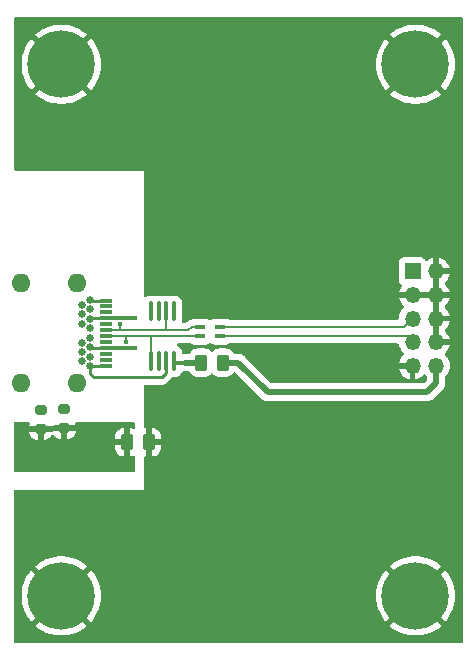
<source format=gbr>
%TF.GenerationSoftware,KiCad,Pcbnew,7.0.6-7.0.6~ubuntu22.04.1*%
%TF.CreationDate,2023-07-12T11:50:11+01:00*%
%TF.ProjectId,simple_2layer,73696d70-6c65-45f3-926c-617965722e6b,rev?*%
%TF.SameCoordinates,Original*%
%TF.FileFunction,Copper,L1,Top*%
%TF.FilePolarity,Positive*%
%FSLAX46Y46*%
G04 Gerber Fmt 4.6, Leading zero omitted, Abs format (unit mm)*
G04 Created by KiCad (PCBNEW 7.0.6-7.0.6~ubuntu22.04.1) date 2023-07-12 11:50:11*
%MOMM*%
%LPD*%
G01*
G04 APERTURE LIST*
G04 Aperture macros list*
%AMRoundRect*
0 Rectangle with rounded corners*
0 $1 Rounding radius*
0 $2 $3 $4 $5 $6 $7 $8 $9 X,Y pos of 4 corners*
0 Add a 4 corners polygon primitive as box body*
4,1,4,$2,$3,$4,$5,$6,$7,$8,$9,$2,$3,0*
0 Add four circle primitives for the rounded corners*
1,1,$1+$1,$2,$3*
1,1,$1+$1,$4,$5*
1,1,$1+$1,$6,$7*
1,1,$1+$1,$8,$9*
0 Add four rect primitives between the rounded corners*
20,1,$1+$1,$2,$3,$4,$5,0*
20,1,$1+$1,$4,$5,$6,$7,0*
20,1,$1+$1,$6,$7,$8,$9,0*
20,1,$1+$1,$8,$9,$2,$3,0*%
G04 Aperture macros list end*
%TA.AperFunction,ComponentPad*%
%ADD10C,0.650000*%
%TD*%
%TA.AperFunction,SMDPad,CuDef*%
%ADD11R,1.100000X0.300000*%
%TD*%
%TA.AperFunction,ComponentPad*%
%ADD12O,1.600000X1.600000*%
%TD*%
%TA.AperFunction,ComponentPad*%
%ADD13C,3.600000*%
%TD*%
%TA.AperFunction,ConnectorPad*%
%ADD14C,5.700000*%
%TD*%
%TA.AperFunction,SMDPad,CuDef*%
%ADD15RoundRect,0.100000X-0.100000X0.712500X-0.100000X-0.712500X0.100000X-0.712500X0.100000X0.712500X0*%
%TD*%
%TA.AperFunction,SMDPad,CuDef*%
%ADD16RoundRect,0.250000X0.262500X0.450000X-0.262500X0.450000X-0.262500X-0.450000X0.262500X-0.450000X0*%
%TD*%
%TA.AperFunction,SMDPad,CuDef*%
%ADD17RoundRect,0.200000X-0.275000X0.200000X-0.275000X-0.200000X0.275000X-0.200000X0.275000X0.200000X0*%
%TD*%
%TA.AperFunction,SMDPad,CuDef*%
%ADD18R,0.900000X0.400000*%
%TD*%
%TA.AperFunction,ComponentPad*%
%ADD19R,1.350000X1.350000*%
%TD*%
%TA.AperFunction,ComponentPad*%
%ADD20O,1.350000X1.350000*%
%TD*%
%TA.AperFunction,SMDPad,CuDef*%
%ADD21RoundRect,0.250000X-0.262500X-0.450000X0.262500X-0.450000X0.262500X0.450000X-0.262500X0.450000X0*%
%TD*%
%TA.AperFunction,ViaPad*%
%ADD22C,0.400000*%
%TD*%
%TA.AperFunction,Conductor*%
%ADD23C,0.500000*%
%TD*%
%TA.AperFunction,Conductor*%
%ADD24C,0.300000*%
%TD*%
%TA.AperFunction,Conductor*%
%ADD25C,0.250000*%
%TD*%
%TA.AperFunction,Conductor*%
%ADD26C,0.200000*%
%TD*%
G04 APERTURE END LIST*
D10*
%TO.P,J2,B3,TX2-*%
%TO.N,unconnected-(J2-TX2--PadB3)*%
X106760000Y-99350000D03*
%TO.P,J2,B8,SBU2*%
%TO.N,unconnected-(J2-SBU2-PadB8)*%
X106760000Y-96950000D03*
%TO.P,J2,B5,CC2*%
%TO.N,Net-(J2-CC2)*%
X106760000Y-98550000D03*
%TO.P,J2,B10,RX1-*%
%TO.N,unconnected-(J2-RX1--PadB10)*%
X106760000Y-96150000D03*
D11*
%TO.P,J2,A3,TX1-*%
%TO.N,unconnected-(J2-TX1--PadA3)*%
X108770000Y-96000000D03*
%TO.P,J2,A4,VBUS*%
%TO.N,Net-(U1-VUSB)*%
X108770000Y-96500000D03*
%TO.P,J2,A10,RX2-*%
%TO.N,unconnected-(J2-RX2--PadA10)*%
X108770000Y-99500000D03*
%TO.P,J2,A9,VBUS*%
%TO.N,Net-(U1-VUSB)*%
X108770000Y-99000000D03*
D12*
%TO.P,J2,S1,SHIELD*%
%TO.N,/Shield*%
X101580000Y-93480000D03*
D10*
%TO.P,J2,B1,GND*%
X107460000Y-100550000D03*
%TO.P,J2,B11,RX1+*%
%TO.N,unconnected-(J2-RX1+-PadB11)*%
X106760000Y-95350000D03*
%TO.P,J2,B7,D-*%
%TO.N,/D2-*%
X107460000Y-97350000D03*
D11*
%TO.P,J2,A1,GND*%
%TO.N,/Shield*%
X108770000Y-95000000D03*
%TO.P,J2,A2,TX1+*%
%TO.N,unconnected-(J2-TX1+-PadA2)*%
X108770000Y-95500000D03*
D12*
%TO.P,J2,S1,SHIELD*%
%TO.N,/Shield*%
X106310000Y-102020000D03*
X101580000Y-102020000D03*
D10*
%TO.P,J2,B9,VBUS*%
%TO.N,Net-(U1-VUSB)*%
X107460000Y-96550000D03*
D11*
%TO.P,J2,A8,SBU1*%
%TO.N,unconnected-(J2-SBU1-PadA8)*%
X108770000Y-98500000D03*
%TO.P,J2,A11,RX2+*%
%TO.N,unconnected-(J2-RX2+-PadA11)*%
X108770000Y-100000000D03*
D10*
%TO.P,J2,B2,TX2+*%
%TO.N,unconnected-(J2-TX2+-PadB2)*%
X106760000Y-100150000D03*
%TO.P,J2,B12,GND*%
%TO.N,/Shield*%
X107460000Y-94950000D03*
D11*
%TO.P,J2,A5,CC1*%
%TO.N,Net-(J2-CC1)*%
X108770000Y-97000000D03*
%TO.P,J2,A6,D+*%
%TO.N,/D2+*%
X108770000Y-97500000D03*
D10*
%TO.P,J2,B4,VBUS*%
%TO.N,Net-(U1-VUSB)*%
X107460000Y-98950000D03*
%TO.P,J2,B6,D+*%
%TO.N,/D2+*%
X107460000Y-98150000D03*
%TO.P,J2,S1,SHIELD*%
%TO.N,/Shield*%
X107460000Y-95750000D03*
D12*
X106310000Y-93480000D03*
D10*
X107460000Y-99750000D03*
D11*
%TO.P,J2,A7,D-*%
%TO.N,/D2-*%
X108770000Y-98000000D03*
%TO.P,J2,A12,GND*%
%TO.N,/Shield*%
X108770000Y-100500000D03*
%TD*%
D13*
%TO.P,H3,1,1*%
%TO.N,GND*%
X105000000Y-120000000D03*
D14*
X105000000Y-120000000D03*
%TD*%
D13*
%TO.P,H2,1,1*%
%TO.N,GND*%
X135000000Y-75000000D03*
D14*
X135000000Y-75000000D03*
%TD*%
D15*
%TO.P,U1,1*%
%TO.N,unconnected-(U1-Pad1)*%
X114550000Y-95907500D03*
%TO.P,U1,2*%
%TO.N,/D2+*%
X113900000Y-95907500D03*
%TO.P,U1,3*%
%TO.N,unconnected-(U1-Pad3)*%
X113250000Y-95907500D03*
%TO.P,U1,4*%
%TO.N,unconnected-(U1-Pad4)*%
X112600000Y-95907500D03*
%TO.P,U1,5*%
%TO.N,/D2-*%
X112600000Y-100132500D03*
%TO.P,U1,6*%
%TO.N,unconnected-(U1-Pad6)*%
X113250000Y-100132500D03*
%TO.P,U1,7,VSS*%
%TO.N,/Shield*%
X113900000Y-100132500D03*
%TO.P,U1,8,VUSB*%
%TO.N,Net-(U1-VUSB)*%
X114550000Y-100132500D03*
%TD*%
D16*
%TO.P,L1,1*%
%TO.N,VBUS*%
X118662500Y-100250000D03*
%TO.P,L1,2*%
%TO.N,Net-(U1-VUSB)*%
X116837500Y-100250000D03*
%TD*%
D13*
%TO.P,H1,1,1*%
%TO.N,GND*%
X105000000Y-75000000D03*
D14*
X105000000Y-75000000D03*
%TD*%
D17*
%TO.P,R1,1*%
%TO.N,Net-(J2-CC1)*%
X103270000Y-104250000D03*
%TO.P,R1,2*%
%TO.N,/Shield*%
X103270000Y-105900000D03*
%TD*%
D18*
%TO.P,FL1,1,1*%
%TO.N,/USB_D-*%
X118450000Y-98020000D03*
%TO.P,FL1,2,2*%
%TO.N,/USB_D+*%
X118450000Y-97220000D03*
%TO.P,FL1,3,3*%
%TO.N,/D2+*%
X116750000Y-97220000D03*
%TO.P,FL1,4,4*%
%TO.N,/D2-*%
X116750000Y-98020000D03*
%TD*%
D13*
%TO.P,H4,1,1*%
%TO.N,GND*%
X135000000Y-120000000D03*
D14*
X135000000Y-120000000D03*
%TD*%
D19*
%TO.P,J1,1,Pin_1*%
%TO.N,unconnected-(J1-Pin_1-Pad1)*%
X134750000Y-92520000D03*
D20*
%TO.P,J1,2,Pin_2*%
%TO.N,GND*%
X136750000Y-92520000D03*
%TO.P,J1,3,Pin_3*%
X134750000Y-94520000D03*
%TO.P,J1,4,Pin_4*%
X136750000Y-94520000D03*
%TO.P,J1,5,Pin_5*%
%TO.N,/USB_D+*%
X134750000Y-96520000D03*
%TO.P,J1,6,Pin_6*%
%TO.N,GND*%
X136750000Y-96520000D03*
%TO.P,J1,7,Pin_7*%
%TO.N,/USB_D-*%
X134750000Y-98520000D03*
%TO.P,J1,8,Pin_8*%
%TO.N,GND*%
X136750000Y-98520000D03*
%TO.P,J1,9,Pin_9*%
X134750000Y-100520000D03*
%TO.P,J1,10,Pin_10*%
%TO.N,VBUS*%
X136750000Y-100520000D03*
%TD*%
D17*
%TO.P,R2,1*%
%TO.N,Net-(J2-CC2)*%
X105250000Y-104175000D03*
%TO.P,R2,2*%
%TO.N,/Shield*%
X105250000Y-105825000D03*
%TD*%
D21*
%TO.P,L2,1*%
%TO.N,/Shield*%
X110587500Y-107000000D03*
%TO.P,L2,2*%
%TO.N,GND*%
X112412500Y-107000000D03*
%TD*%
D22*
%TO.N,GND*%
X135000000Y-90000000D03*
X130000000Y-95000000D03*
X125000000Y-95000000D03*
X120000000Y-95000000D03*
X110000000Y-120000000D03*
X105000000Y-115000000D03*
X110000000Y-115000000D03*
X115000000Y-120000000D03*
X120000000Y-120000000D03*
X125000000Y-120000000D03*
X130000000Y-120000000D03*
X135000000Y-115000000D03*
X130000000Y-115000000D03*
X125000000Y-115000000D03*
X120000000Y-115000000D03*
X115000000Y-115000000D03*
X115000000Y-110000000D03*
X120000000Y-110000000D03*
X125000000Y-110000000D03*
X130000000Y-110000000D03*
X135000000Y-110000000D03*
X135000000Y-105000000D03*
X130000000Y-105000000D03*
X125000000Y-105000000D03*
X120000000Y-105000000D03*
X115000000Y-105000000D03*
X130000000Y-90000000D03*
X125000000Y-90000000D03*
X120000000Y-90000000D03*
X115000000Y-90000000D03*
X105000000Y-80000000D03*
X115000000Y-85000000D03*
X120000000Y-85000000D03*
X125000000Y-85000000D03*
X130000000Y-85000000D03*
X135000000Y-85000000D03*
X130000000Y-80000000D03*
X125000000Y-80000000D03*
X120000000Y-80000000D03*
X115000000Y-80000000D03*
X110000000Y-80000000D03*
X130000000Y-75000000D03*
X125000000Y-75000000D03*
X120000000Y-75000000D03*
X115000000Y-75000000D03*
X110000000Y-75000000D03*
X117750000Y-99000000D03*
X117750000Y-96250000D03*
X115750000Y-96250000D03*
X119750000Y-96250000D03*
X121500000Y-96250000D03*
X123250000Y-96250000D03*
X125000000Y-96250000D03*
X126500000Y-96250000D03*
X132000000Y-96250000D03*
X128000000Y-96250000D03*
X129500000Y-96250000D03*
X130750000Y-96250000D03*
X133000000Y-96250000D03*
X133000000Y-99000000D03*
X132000000Y-99000000D03*
X130750000Y-99000000D03*
X129500000Y-99000000D03*
X128000000Y-99000000D03*
X126500000Y-99000000D03*
X125000000Y-99000000D03*
X123250000Y-99000000D03*
X121500000Y-99000000D03*
X119750000Y-99000000D03*
X115750000Y-99000000D03*
%TO.N,Net-(U1-VUSB)*%
X115500000Y-100250000D03*
X111225000Y-99005000D03*
X111250000Y-96500000D03*
%TO.N,/D2-*%
X110500042Y-98479034D03*
%TO.N,/D2+*%
X110000000Y-97020000D03*
%TD*%
D23*
%TO.N,VBUS*%
X136750000Y-100520000D02*
X136750000Y-102000000D01*
X136000000Y-102750000D02*
X122500000Y-102750000D01*
X136750000Y-102000000D02*
X136000000Y-102750000D01*
X122500000Y-102750000D02*
X120000000Y-100250000D01*
X120000000Y-100250000D02*
X118662500Y-100250000D01*
D24*
%TO.N,Net-(U1-VUSB)*%
X115500000Y-100250000D02*
X114667500Y-100250000D01*
D23*
X116837500Y-100250000D02*
X115500000Y-100250000D01*
D25*
X114667500Y-100250000D02*
X114550000Y-100132500D01*
%TO.N,/Shield*%
X107460000Y-100550000D02*
X107460000Y-101210000D01*
X107460000Y-101210000D02*
X107750000Y-101500000D01*
X107750000Y-101500000D02*
X113500000Y-101500000D01*
X113500000Y-101500000D02*
X113900000Y-101100000D01*
X113900000Y-101100000D02*
X113900000Y-100132500D01*
X108770000Y-95000000D02*
X107510000Y-95000000D01*
X107510000Y-95000000D02*
X107460000Y-94950000D01*
X108770000Y-100500000D02*
X107510000Y-100500000D01*
X107510000Y-100500000D02*
X107460000Y-100550000D01*
D26*
%TO.N,/D2-*%
X108770000Y-98000000D02*
X109570000Y-98000000D01*
X109590000Y-98020000D02*
X116750000Y-98020000D01*
X109570000Y-98000000D02*
X109590000Y-98020000D01*
X110500042Y-98479034D02*
X110500042Y-98020000D01*
D24*
%TO.N,Net-(U1-VUSB)*%
X108750000Y-99000000D02*
X111225000Y-99005000D01*
D25*
X111250000Y-96500000D02*
X111245000Y-96495000D01*
D24*
X108775000Y-96495000D02*
X111250000Y-96500000D01*
D25*
X108770000Y-96500000D02*
X108775000Y-96495000D01*
X107460000Y-96550000D02*
X107510000Y-96500000D01*
X107510000Y-96500000D02*
X108770000Y-96500000D01*
X107460000Y-98950000D02*
X107510000Y-99000000D01*
X107510000Y-99000000D02*
X108770000Y-99000000D01*
D26*
%TO.N,/D2+*%
X110000000Y-97020000D02*
X110000000Y-97500000D01*
X108770000Y-97500000D02*
X110000000Y-97500000D01*
X110000000Y-97500000D02*
X113900000Y-97500000D01*
%TO.N,/D2-*%
X112600000Y-100132500D02*
X112600000Y-98020000D01*
%TO.N,/D2+*%
X113900000Y-97500000D02*
X115730000Y-97500000D01*
X115730000Y-97500000D02*
X115750000Y-97520000D01*
X115750000Y-97520000D02*
X116050000Y-97220000D01*
X116050000Y-97220000D02*
X116750000Y-97220000D01*
X113900000Y-95907500D02*
X113900000Y-97500000D01*
%TO.N,/USB_D-*%
X118450000Y-98020000D02*
X134250000Y-98020000D01*
X134250000Y-98020000D02*
X134750000Y-98520000D01*
%TO.N,/USB_D+*%
X118450000Y-97220000D02*
X134050000Y-97220000D01*
X134050000Y-97220000D02*
X134750000Y-96520000D01*
%TO.N,/D2+*%
X113900000Y-96870000D02*
X113900000Y-95907500D01*
%TD*%
%TA.AperFunction,Conductor*%
%TO.N,GND*%
G36*
X138943039Y-71019685D02*
G01*
X138988794Y-71072489D01*
X139000000Y-71124000D01*
X139000000Y-123876000D01*
X138980315Y-123943039D01*
X138927511Y-123988794D01*
X138876000Y-124000000D01*
X113000000Y-124000000D01*
X113000000Y-120000002D01*
X131645080Y-120000002D01*
X131664746Y-120362728D01*
X131723517Y-120721214D01*
X131723519Y-120721222D01*
X131820695Y-121071220D01*
X131820697Y-121071227D01*
X131955152Y-121408684D01*
X131955161Y-121408702D01*
X132125316Y-121729647D01*
X132125318Y-121729651D01*
X132329170Y-122030309D01*
X132329177Y-122030319D01*
X132460968Y-122185475D01*
X132460969Y-122185476D01*
X133702265Y-120944179D01*
X133865130Y-121134870D01*
X134055819Y-121297733D01*
X132811889Y-122541663D01*
X132811889Y-122541664D01*
X132828070Y-122556992D01*
X133117266Y-122776832D01*
X133117282Y-122776843D01*
X133428522Y-122964109D01*
X133428535Y-122964116D01*
X133758205Y-123116639D01*
X133758210Y-123116640D01*
X134102461Y-123232632D01*
X134457235Y-123310724D01*
X134818366Y-123349999D01*
X134818374Y-123350000D01*
X135181626Y-123350000D01*
X135181633Y-123349999D01*
X135542764Y-123310724D01*
X135897538Y-123232632D01*
X136241789Y-123116640D01*
X136241794Y-123116639D01*
X136571464Y-122964116D01*
X136571477Y-122964109D01*
X136882717Y-122776843D01*
X136882733Y-122776832D01*
X137171924Y-122556996D01*
X137188109Y-122541663D01*
X135944180Y-121297733D01*
X136134870Y-121134870D01*
X136297733Y-120944180D01*
X137539029Y-122185475D01*
X137539030Y-122185475D01*
X137670822Y-122030319D01*
X137670829Y-122030309D01*
X137874681Y-121729651D01*
X137874683Y-121729647D01*
X138044838Y-121408702D01*
X138044847Y-121408684D01*
X138179302Y-121071227D01*
X138179304Y-121071220D01*
X138276480Y-120721222D01*
X138276482Y-120721214D01*
X138335253Y-120362728D01*
X138354920Y-120000002D01*
X138354920Y-119999997D01*
X138335253Y-119637271D01*
X138276482Y-119278785D01*
X138276480Y-119278777D01*
X138179304Y-118928779D01*
X138179302Y-118928772D01*
X138044847Y-118591315D01*
X138044838Y-118591297D01*
X137874683Y-118270352D01*
X137874681Y-118270348D01*
X137670829Y-117969690D01*
X137670822Y-117969680D01*
X137539030Y-117814523D01*
X137539029Y-117814522D01*
X136297732Y-119055818D01*
X136134870Y-118865130D01*
X135944179Y-118702265D01*
X137188109Y-117458335D01*
X137188109Y-117458334D01*
X137171929Y-117443007D01*
X136882733Y-117223167D01*
X136882717Y-117223156D01*
X136571477Y-117035890D01*
X136571464Y-117035883D01*
X136241794Y-116883360D01*
X136241789Y-116883359D01*
X135897538Y-116767367D01*
X135542764Y-116689275D01*
X135181633Y-116650000D01*
X134818366Y-116650000D01*
X134457235Y-116689275D01*
X134102461Y-116767367D01*
X133758210Y-116883359D01*
X133758205Y-116883360D01*
X133428535Y-117035883D01*
X133428522Y-117035890D01*
X133117282Y-117223156D01*
X133117266Y-117223167D01*
X132828071Y-117443006D01*
X132828070Y-117443007D01*
X132811889Y-117458334D01*
X132811889Y-117458336D01*
X134055819Y-118702266D01*
X133865130Y-118865130D01*
X133702266Y-119055819D01*
X132460969Y-117814522D01*
X132329170Y-117969690D01*
X132329169Y-117969691D01*
X132125313Y-118270357D01*
X131955161Y-118591297D01*
X131955152Y-118591315D01*
X131820697Y-118928772D01*
X131820695Y-118928779D01*
X131723519Y-119278777D01*
X131723517Y-119278785D01*
X131664746Y-119637271D01*
X131645080Y-119999997D01*
X131645080Y-120000002D01*
X113000000Y-120000002D01*
X113000000Y-111000000D01*
X112000000Y-111000000D01*
X112000000Y-108323999D01*
X112019685Y-108256960D01*
X112072489Y-108211205D01*
X112123999Y-108199999D01*
X112162499Y-108199998D01*
X112162500Y-108199998D01*
X112162500Y-107250000D01*
X112662500Y-107250000D01*
X112662500Y-108199999D01*
X112724972Y-108199999D01*
X112724986Y-108199998D01*
X112827697Y-108189505D01*
X112994119Y-108134358D01*
X112994124Y-108134356D01*
X113143345Y-108042315D01*
X113267315Y-107918345D01*
X113359356Y-107769124D01*
X113359358Y-107769119D01*
X113414505Y-107602697D01*
X113414506Y-107602690D01*
X113424999Y-107499986D01*
X113425000Y-107499973D01*
X113425000Y-107250000D01*
X112662500Y-107250000D01*
X112162500Y-107250000D01*
X112162500Y-105800000D01*
X112662500Y-105800000D01*
X112662500Y-106750000D01*
X113424999Y-106750000D01*
X113424999Y-106500028D01*
X113424998Y-106500013D01*
X113414505Y-106397302D01*
X113359358Y-106230880D01*
X113359356Y-106230875D01*
X113267315Y-106081654D01*
X113143345Y-105957684D01*
X112994124Y-105865643D01*
X112994119Y-105865641D01*
X112827697Y-105810494D01*
X112827690Y-105810493D01*
X112724986Y-105800000D01*
X112662500Y-105800000D01*
X112162500Y-105800000D01*
X112162499Y-105799999D01*
X112124000Y-105800000D01*
X112056961Y-105780316D01*
X112011205Y-105727513D01*
X112000000Y-105676004D01*
X112000000Y-102249500D01*
X112019685Y-102182461D01*
X112072489Y-102136706D01*
X112124000Y-102125500D01*
X113417257Y-102125500D01*
X113432877Y-102127224D01*
X113432904Y-102126939D01*
X113440660Y-102127671D01*
X113440667Y-102127673D01*
X113509814Y-102125500D01*
X113539350Y-102125500D01*
X113546228Y-102124630D01*
X113552041Y-102124172D01*
X113598627Y-102122709D01*
X113617869Y-102117117D01*
X113636912Y-102113174D01*
X113656792Y-102110664D01*
X113700122Y-102093507D01*
X113705646Y-102091617D01*
X113719056Y-102087721D01*
X113750390Y-102078618D01*
X113767629Y-102068422D01*
X113785103Y-102059862D01*
X113803727Y-102052488D01*
X113803727Y-102052487D01*
X113803732Y-102052486D01*
X113841449Y-102025082D01*
X113846305Y-102021892D01*
X113886420Y-101998170D01*
X113900589Y-101983999D01*
X113915379Y-101971368D01*
X113931587Y-101959594D01*
X113961299Y-101923676D01*
X113965212Y-101919376D01*
X114283785Y-101600803D01*
X114296041Y-101590987D01*
X114295858Y-101590765D01*
X114301875Y-101585787D01*
X114301874Y-101585787D01*
X114301877Y-101585786D01*
X114326251Y-101559829D01*
X114349227Y-101535364D01*
X114359671Y-101524918D01*
X114370120Y-101514471D01*
X114374379Y-101508978D01*
X114378154Y-101504559D01*
X114396889Y-101484609D01*
X114457131Y-101449219D01*
X114487276Y-101445499D01*
X114689363Y-101445499D01*
X114806753Y-101430046D01*
X114806757Y-101430044D01*
X114806762Y-101430044D01*
X114952841Y-101369536D01*
X115078282Y-101273282D01*
X115174536Y-101147841D01*
X115210955Y-101059917D01*
X115254794Y-101005515D01*
X115321088Y-100983450D01*
X115354112Y-100986714D01*
X115412278Y-101000500D01*
X115412279Y-101000500D01*
X115809362Y-101000500D01*
X115876401Y-101020185D01*
X115914899Y-101059401D01*
X115982288Y-101168656D01*
X116106344Y-101292712D01*
X116255666Y-101384814D01*
X116422203Y-101439999D01*
X116524991Y-101450500D01*
X117150008Y-101450499D01*
X117150016Y-101450498D01*
X117150019Y-101450498D01*
X117206302Y-101444748D01*
X117252797Y-101439999D01*
X117419334Y-101384814D01*
X117568656Y-101292712D01*
X117662321Y-101199046D01*
X117723640Y-101165564D01*
X117793332Y-101170548D01*
X117837680Y-101199048D01*
X117931344Y-101292712D01*
X118080666Y-101384814D01*
X118247203Y-101439999D01*
X118349991Y-101450500D01*
X118975008Y-101450499D01*
X118975016Y-101450498D01*
X118975019Y-101450498D01*
X119031302Y-101444748D01*
X119077797Y-101439999D01*
X119244334Y-101384814D01*
X119393656Y-101292712D01*
X119517712Y-101168656D01*
X119564929Y-101092103D01*
X119616878Y-101045378D01*
X119685840Y-101034155D01*
X119749923Y-101061999D01*
X119758150Y-101069518D01*
X121924270Y-103235638D01*
X121936051Y-103249270D01*
X121950388Y-103268528D01*
X121950389Y-103268529D01*
X121950390Y-103268530D01*
X121959472Y-103276150D01*
X121990409Y-103302111D01*
X121994397Y-103305766D01*
X122000216Y-103311585D01*
X122000220Y-103311588D01*
X122000223Y-103311591D01*
X122025959Y-103331940D01*
X122084786Y-103381302D01*
X122084787Y-103381302D01*
X122084789Y-103381304D01*
X122090818Y-103385270D01*
X122090785Y-103385319D01*
X122097147Y-103389372D01*
X122097179Y-103389321D01*
X122103319Y-103393108D01*
X122103323Y-103393111D01*
X122138132Y-103409343D01*
X122172941Y-103425575D01*
X122191336Y-103434813D01*
X122241567Y-103460040D01*
X122241569Y-103460040D01*
X122248357Y-103462511D01*
X122248336Y-103462567D01*
X122255457Y-103465043D01*
X122255476Y-103464986D01*
X122262322Y-103467254D01*
X122262327Y-103467257D01*
X122262332Y-103467258D01*
X122262335Y-103467259D01*
X122337564Y-103482792D01*
X122337565Y-103482792D01*
X122412279Y-103500500D01*
X122412282Y-103500500D01*
X122412286Y-103500501D01*
X122419453Y-103501339D01*
X122419446Y-103501398D01*
X122426944Y-103502164D01*
X122426950Y-103502105D01*
X122434139Y-103502734D01*
X122434143Y-103502733D01*
X122434144Y-103502734D01*
X122510917Y-103500500D01*
X135936295Y-103500500D01*
X135954265Y-103501809D01*
X135978023Y-103505289D01*
X136030068Y-103500735D01*
X136035470Y-103500500D01*
X136043704Y-103500500D01*
X136043709Y-103500500D01*
X136055327Y-103499141D01*
X136076276Y-103496693D01*
X136089028Y-103495577D01*
X136152797Y-103489999D01*
X136152805Y-103489996D01*
X136159866Y-103488539D01*
X136159878Y-103488598D01*
X136167243Y-103486965D01*
X136167229Y-103486906D01*
X136174246Y-103485241D01*
X136174255Y-103485241D01*
X136246423Y-103458974D01*
X136319334Y-103434814D01*
X136319343Y-103434807D01*
X136325882Y-103431760D01*
X136325908Y-103431816D01*
X136332690Y-103428532D01*
X136332663Y-103428478D01*
X136339106Y-103425240D01*
X136339117Y-103425237D01*
X136403283Y-103383034D01*
X136468656Y-103342712D01*
X136468662Y-103342705D01*
X136474325Y-103338229D01*
X136474362Y-103338277D01*
X136480204Y-103333518D01*
X136480164Y-103333471D01*
X136485686Y-103328836D01*
X136485696Y-103328830D01*
X136510904Y-103302111D01*
X136538387Y-103272981D01*
X136885434Y-102925931D01*
X137235641Y-102575724D01*
X137249260Y-102563954D01*
X137268530Y-102549610D01*
X137302123Y-102509574D01*
X137305757Y-102505608D01*
X137311590Y-102499777D01*
X137331927Y-102474055D01*
X137381302Y-102415214D01*
X137381304Y-102415209D01*
X137385272Y-102409179D01*
X137385323Y-102409212D01*
X137389369Y-102402860D01*
X137389317Y-102402828D01*
X137393109Y-102396679D01*
X137393111Y-102396677D01*
X137425569Y-102327069D01*
X137460040Y-102258433D01*
X137460043Y-102258417D01*
X137462510Y-102251644D01*
X137462568Y-102251665D01*
X137465043Y-102244546D01*
X137464985Y-102244527D01*
X137467256Y-102237672D01*
X137482784Y-102162467D01*
X137491546Y-102125499D01*
X137500500Y-102087721D01*
X137500500Y-102087720D01*
X137501339Y-102080548D01*
X137501397Y-102080554D01*
X137502164Y-102073056D01*
X137502104Y-102073051D01*
X137502733Y-102065860D01*
X137500802Y-101999500D01*
X137500500Y-101989102D01*
X137500500Y-101481223D01*
X137520185Y-101414185D01*
X137540962Y-101389587D01*
X137575507Y-101358094D01*
X137622427Y-101315322D01*
X137753712Y-101141472D01*
X137850817Y-100946459D01*
X137910435Y-100736923D01*
X137930536Y-100520000D01*
X137910435Y-100303077D01*
X137850817Y-100093541D01*
X137753712Y-99898528D01*
X137686344Y-99809318D01*
X137622425Y-99724675D01*
X137498055Y-99611298D01*
X137461773Y-99551587D01*
X137463534Y-99481740D01*
X137498056Y-99428023D01*
X137622054Y-99314985D01*
X137753284Y-99141208D01*
X137850348Y-98946280D01*
X137900505Y-98770000D01*
X137065686Y-98770000D01*
X137077641Y-98758045D01*
X137135165Y-98645148D01*
X137154986Y-98520000D01*
X137135165Y-98394852D01*
X137077641Y-98281955D01*
X137065686Y-98270000D01*
X137900505Y-98270000D01*
X137900505Y-98269999D01*
X137850348Y-98093719D01*
X137753284Y-97898791D01*
X137622056Y-97725017D01*
X137497684Y-97611638D01*
X137461403Y-97551927D01*
X137463163Y-97482079D01*
X137497684Y-97428362D01*
X137622056Y-97314982D01*
X137753284Y-97141208D01*
X137850348Y-96946280D01*
X137900505Y-96770000D01*
X137065686Y-96770000D01*
X137077641Y-96758045D01*
X137135165Y-96645148D01*
X137154986Y-96520000D01*
X137135165Y-96394852D01*
X137077641Y-96281955D01*
X137065686Y-96270000D01*
X137900505Y-96270000D01*
X137900505Y-96269999D01*
X137850348Y-96093719D01*
X137753284Y-95898791D01*
X137622056Y-95725017D01*
X137497684Y-95611638D01*
X137461403Y-95551927D01*
X137463163Y-95482079D01*
X137497684Y-95428362D01*
X137622056Y-95314982D01*
X137753284Y-95141208D01*
X137850348Y-94946280D01*
X137900505Y-94770000D01*
X137065686Y-94770000D01*
X137077641Y-94758045D01*
X137135165Y-94645148D01*
X137154986Y-94520000D01*
X137135165Y-94394852D01*
X137077641Y-94281955D01*
X137065686Y-94270000D01*
X137900505Y-94270000D01*
X137900505Y-94269999D01*
X137850348Y-94093719D01*
X137753284Y-93898791D01*
X137622056Y-93725017D01*
X137497684Y-93611638D01*
X137461403Y-93551927D01*
X137463163Y-93482079D01*
X137497684Y-93428362D01*
X137622056Y-93314982D01*
X137753284Y-93141208D01*
X137850348Y-92946280D01*
X137900505Y-92770000D01*
X137065686Y-92770000D01*
X137077641Y-92758045D01*
X137135165Y-92645148D01*
X137154986Y-92520000D01*
X137135165Y-92394852D01*
X137077641Y-92281955D01*
X137065686Y-92270000D01*
X137900505Y-92270000D01*
X137900505Y-92269999D01*
X137850348Y-92093719D01*
X137753284Y-91898791D01*
X137622054Y-91725014D01*
X137461131Y-91578314D01*
X137275987Y-91463677D01*
X137275985Y-91463676D01*
X137072931Y-91385013D01*
X137072921Y-91385010D01*
X137000001Y-91371378D01*
X137000000Y-91371379D01*
X137000000Y-92204313D01*
X136988045Y-92192359D01*
X136875148Y-92134835D01*
X136781481Y-92120000D01*
X136718519Y-92120000D01*
X136624852Y-92134835D01*
X136511955Y-92192359D01*
X136500000Y-92204314D01*
X136500000Y-91371379D01*
X136499998Y-91371378D01*
X136427078Y-91385010D01*
X136427068Y-91385013D01*
X136224014Y-91463676D01*
X136224012Y-91463677D01*
X136038869Y-91578314D01*
X136038868Y-91578314D01*
X136027887Y-91588325D01*
X135965082Y-91618940D01*
X135895695Y-91610740D01*
X135845086Y-91570997D01*
X135782546Y-91487454D01*
X135750783Y-91463676D01*
X135667335Y-91401206D01*
X135667328Y-91401202D01*
X135532482Y-91350908D01*
X135532483Y-91350908D01*
X135472883Y-91344501D01*
X135472881Y-91344500D01*
X135472873Y-91344500D01*
X135472864Y-91344500D01*
X134027129Y-91344500D01*
X134027123Y-91344501D01*
X133967516Y-91350908D01*
X133832671Y-91401202D01*
X133832664Y-91401206D01*
X133717455Y-91487452D01*
X133717452Y-91487455D01*
X133631206Y-91602664D01*
X133631202Y-91602671D01*
X133580908Y-91737517D01*
X133574501Y-91797116D01*
X133574500Y-91797135D01*
X133574500Y-93242870D01*
X133574501Y-93242876D01*
X133580908Y-93302483D01*
X133631202Y-93437328D01*
X133631206Y-93437335D01*
X133717452Y-93552544D01*
X133717455Y-93552547D01*
X133803504Y-93616964D01*
X133845375Y-93672898D01*
X133850359Y-93742589D01*
X133828148Y-93790956D01*
X133746714Y-93898792D01*
X133649651Y-94093719D01*
X133599494Y-94269999D01*
X133599495Y-94270000D01*
X134434314Y-94270000D01*
X134422359Y-94281955D01*
X134364835Y-94394852D01*
X134345014Y-94520000D01*
X134364835Y-94645148D01*
X134422359Y-94758045D01*
X134434314Y-94770000D01*
X133599495Y-94770000D01*
X133649651Y-94946280D01*
X133746715Y-95141208D01*
X133877943Y-95314982D01*
X134001944Y-95428023D01*
X134038225Y-95487734D01*
X134036465Y-95557582D01*
X134001944Y-95611298D01*
X133877574Y-95724675D01*
X133746288Y-95898527D01*
X133649184Y-96093537D01*
X133649182Y-96093541D01*
X133649183Y-96093541D01*
X133598977Y-96269999D01*
X133589564Y-96303081D01*
X133570674Y-96506941D01*
X133544888Y-96571879D01*
X133488087Y-96612566D01*
X133447203Y-96619500D01*
X119241439Y-96619500D01*
X119174400Y-96599815D01*
X119167128Y-96594767D01*
X119142331Y-96576204D01*
X119142328Y-96576202D01*
X119007482Y-96525908D01*
X119007483Y-96525908D01*
X118947883Y-96519501D01*
X118947881Y-96519500D01*
X118947873Y-96519500D01*
X118947864Y-96519500D01*
X117952129Y-96519500D01*
X117952123Y-96519501D01*
X117892516Y-96525908D01*
X117757671Y-96576202D01*
X117757669Y-96576203D01*
X117674311Y-96638606D01*
X117608847Y-96663023D01*
X117540574Y-96648172D01*
X117525689Y-96638606D01*
X117502472Y-96621226D01*
X117442331Y-96576204D01*
X117442330Y-96576203D01*
X117442328Y-96576202D01*
X117307482Y-96525908D01*
X117307483Y-96525908D01*
X117247883Y-96519501D01*
X117247881Y-96519500D01*
X117247873Y-96519500D01*
X117247864Y-96519500D01*
X116252129Y-96519500D01*
X116252123Y-96519501D01*
X116192516Y-96525908D01*
X116057671Y-96576202D01*
X116057669Y-96576203D01*
X116023491Y-96601789D01*
X115965367Y-96625460D01*
X115893238Y-96634956D01*
X115893237Y-96634956D01*
X115747160Y-96695463D01*
X115621714Y-96791721D01*
X115600024Y-96819990D01*
X115594672Y-96826092D01*
X115557583Y-96863181D01*
X115496263Y-96896666D01*
X115469903Y-96899500D01*
X115360280Y-96899500D01*
X115293241Y-96879815D01*
X115247486Y-96827011D01*
X115237341Y-96759315D01*
X115240289Y-96736923D01*
X115250500Y-96659361D01*
X115250499Y-95155640D01*
X115250499Y-95155639D01*
X115250499Y-95155636D01*
X115235046Y-95038246D01*
X115235044Y-95038241D01*
X115235044Y-95038238D01*
X115174536Y-94892159D01*
X115078282Y-94766718D01*
X114952841Y-94670464D01*
X114806762Y-94609956D01*
X114806760Y-94609955D01*
X114689361Y-94594500D01*
X114410636Y-94594500D01*
X114293246Y-94609953D01*
X114293234Y-94609957D01*
X114272450Y-94618566D01*
X114202981Y-94626033D01*
X114177550Y-94618566D01*
X114156765Y-94609957D01*
X114156760Y-94609955D01*
X114039361Y-94594500D01*
X113760636Y-94594500D01*
X113643246Y-94609953D01*
X113643234Y-94609957D01*
X113622450Y-94618566D01*
X113552981Y-94626033D01*
X113527550Y-94618566D01*
X113506765Y-94609957D01*
X113506760Y-94609955D01*
X113389361Y-94594500D01*
X113110636Y-94594500D01*
X112993246Y-94609953D01*
X112993234Y-94609957D01*
X112972450Y-94618566D01*
X112902981Y-94626033D01*
X112877550Y-94618566D01*
X112856765Y-94609957D01*
X112856760Y-94609955D01*
X112739361Y-94594500D01*
X112460636Y-94594500D01*
X112343246Y-94609953D01*
X112343237Y-94609956D01*
X112197156Y-94670465D01*
X112190119Y-94674528D01*
X112189067Y-94672706D01*
X112134314Y-94693872D01*
X112065870Y-94679832D01*
X112015881Y-94631017D01*
X112000000Y-94570302D01*
X112000000Y-84000000D01*
X113000000Y-84000000D01*
X113000000Y-75000002D01*
X131645080Y-75000002D01*
X131664746Y-75362728D01*
X131723517Y-75721214D01*
X131723519Y-75721222D01*
X131820695Y-76071220D01*
X131820697Y-76071227D01*
X131955152Y-76408684D01*
X131955161Y-76408702D01*
X132125316Y-76729647D01*
X132125318Y-76729651D01*
X132329170Y-77030309D01*
X132329177Y-77030319D01*
X132460968Y-77185475D01*
X132460969Y-77185476D01*
X133702265Y-75944179D01*
X133865130Y-76134870D01*
X134055819Y-76297733D01*
X132811889Y-77541663D01*
X132811889Y-77541664D01*
X132828070Y-77556992D01*
X133117266Y-77776832D01*
X133117282Y-77776843D01*
X133428522Y-77964109D01*
X133428535Y-77964116D01*
X133758205Y-78116639D01*
X133758210Y-78116640D01*
X134102461Y-78232632D01*
X134457235Y-78310724D01*
X134818366Y-78349999D01*
X134818374Y-78350000D01*
X135181626Y-78350000D01*
X135181633Y-78349999D01*
X135542764Y-78310724D01*
X135897538Y-78232632D01*
X136241789Y-78116640D01*
X136241794Y-78116639D01*
X136571464Y-77964116D01*
X136571477Y-77964109D01*
X136882717Y-77776843D01*
X136882733Y-77776832D01*
X137171924Y-77556996D01*
X137188109Y-77541663D01*
X135944180Y-76297733D01*
X136134870Y-76134870D01*
X136297733Y-75944180D01*
X137539029Y-77185475D01*
X137539030Y-77185475D01*
X137670822Y-77030319D01*
X137670829Y-77030309D01*
X137874681Y-76729651D01*
X137874683Y-76729647D01*
X138044838Y-76408702D01*
X138044847Y-76408684D01*
X138179302Y-76071227D01*
X138179304Y-76071220D01*
X138276480Y-75721222D01*
X138276482Y-75721214D01*
X138335253Y-75362728D01*
X138354920Y-75000002D01*
X138354920Y-74999997D01*
X138335253Y-74637271D01*
X138276482Y-74278785D01*
X138276480Y-74278777D01*
X138179304Y-73928779D01*
X138179302Y-73928772D01*
X138044847Y-73591315D01*
X138044838Y-73591297D01*
X137874683Y-73270352D01*
X137874681Y-73270348D01*
X137670829Y-72969690D01*
X137670822Y-72969680D01*
X137539030Y-72814523D01*
X137539029Y-72814522D01*
X136297732Y-74055818D01*
X136134870Y-73865130D01*
X135944179Y-73702265D01*
X137188109Y-72458335D01*
X137188109Y-72458334D01*
X137171929Y-72443007D01*
X136882733Y-72223167D01*
X136882717Y-72223156D01*
X136571477Y-72035890D01*
X136571464Y-72035883D01*
X136241794Y-71883360D01*
X136241789Y-71883359D01*
X135897538Y-71767367D01*
X135542764Y-71689275D01*
X135181633Y-71650000D01*
X134818366Y-71650000D01*
X134457235Y-71689275D01*
X134102461Y-71767367D01*
X133758210Y-71883359D01*
X133758205Y-71883360D01*
X133428535Y-72035883D01*
X133428522Y-72035890D01*
X133117282Y-72223156D01*
X133117266Y-72223167D01*
X132828071Y-72443006D01*
X132828070Y-72443007D01*
X132811889Y-72458334D01*
X132811889Y-72458336D01*
X134055819Y-73702266D01*
X133865130Y-73865130D01*
X133702266Y-74055819D01*
X132460969Y-72814522D01*
X132329170Y-72969690D01*
X132329169Y-72969691D01*
X132125313Y-73270357D01*
X131955161Y-73591297D01*
X131955152Y-73591315D01*
X131820697Y-73928772D01*
X131820695Y-73928779D01*
X131723519Y-74278777D01*
X131723517Y-74278785D01*
X131664746Y-74637271D01*
X131645080Y-74999997D01*
X131645080Y-75000002D01*
X113000000Y-75000002D01*
X113000000Y-71000000D01*
X138876000Y-71000000D01*
X138943039Y-71019685D01*
G37*
%TD.AperFunction*%
%TA.AperFunction,Conductor*%
G36*
X117659426Y-98591828D02*
G01*
X117674311Y-98601394D01*
X117757669Y-98663796D01*
X117757671Y-98663797D01*
X117892517Y-98714091D01*
X117892516Y-98714091D01*
X117899444Y-98714835D01*
X117952127Y-98720500D01*
X118947872Y-98720499D01*
X119007483Y-98714091D01*
X119142331Y-98663796D01*
X119167127Y-98645233D01*
X119232592Y-98620816D01*
X119241439Y-98620500D01*
X133465736Y-98620500D01*
X133532775Y-98640185D01*
X133578530Y-98692989D01*
X133589207Y-98733060D01*
X133589564Y-98736918D01*
X133589564Y-98736920D01*
X133589565Y-98736923D01*
X133634674Y-98895464D01*
X133649184Y-98946462D01*
X133746288Y-99141472D01*
X133877574Y-99315324D01*
X134001944Y-99428701D01*
X134038226Y-99488412D01*
X134036465Y-99558259D01*
X134001944Y-99611975D01*
X133877945Y-99725013D01*
X133746715Y-99898791D01*
X133649651Y-100093719D01*
X133599494Y-100269999D01*
X133599495Y-100270000D01*
X134434314Y-100270000D01*
X134422359Y-100281955D01*
X134364835Y-100394852D01*
X134345014Y-100520000D01*
X134364835Y-100645148D01*
X134422359Y-100758045D01*
X134434314Y-100770000D01*
X133599495Y-100770000D01*
X133649651Y-100946280D01*
X133746715Y-101141208D01*
X133877945Y-101314985D01*
X134038868Y-101461685D01*
X134224012Y-101576322D01*
X134224023Y-101576327D01*
X134427060Y-101654984D01*
X134500000Y-101668619D01*
X134500000Y-100835686D01*
X134511955Y-100847641D01*
X134624852Y-100905165D01*
X134718519Y-100920000D01*
X134781481Y-100920000D01*
X134875148Y-100905165D01*
X134988045Y-100847641D01*
X135000000Y-100835686D01*
X135000000Y-101668619D01*
X135072939Y-101654984D01*
X135275976Y-101576327D01*
X135275987Y-101576322D01*
X135461130Y-101461685D01*
X135461131Y-101461685D01*
X135622055Y-101314984D01*
X135650730Y-101277012D01*
X135706838Y-101235374D01*
X135776550Y-101230681D01*
X135837733Y-101264422D01*
X135848640Y-101277009D01*
X135877574Y-101315323D01*
X135959038Y-101389587D01*
X135995319Y-101449298D01*
X135999500Y-101481224D01*
X135999500Y-101637770D01*
X135979815Y-101704809D01*
X135963181Y-101725451D01*
X135725451Y-101963181D01*
X135664128Y-101996666D01*
X135637770Y-101999500D01*
X122862229Y-101999500D01*
X122795190Y-101979815D01*
X122774548Y-101963181D01*
X121685867Y-100874500D01*
X120575729Y-99764361D01*
X120563949Y-99750730D01*
X120556482Y-99740701D01*
X120549612Y-99731472D01*
X120541916Y-99725014D01*
X120509587Y-99697886D01*
X120505612Y-99694244D01*
X120502690Y-99691322D01*
X120499780Y-99688411D01*
X120474040Y-99668059D01*
X120415209Y-99618694D01*
X120409180Y-99614729D01*
X120409212Y-99614680D01*
X120402853Y-99610628D01*
X120402822Y-99610679D01*
X120396680Y-99606891D01*
X120396678Y-99606890D01*
X120396677Y-99606889D01*
X120357474Y-99588608D01*
X120327058Y-99574424D01*
X120281584Y-99551587D01*
X120258433Y-99539960D01*
X120258431Y-99539959D01*
X120258430Y-99539959D01*
X120251645Y-99537489D01*
X120251665Y-99537433D01*
X120244549Y-99534959D01*
X120244531Y-99535015D01*
X120237671Y-99532742D01*
X120209841Y-99526996D01*
X120162434Y-99517207D01*
X120113472Y-99505603D01*
X120087719Y-99499499D01*
X120080547Y-99498661D01*
X120080553Y-99498601D01*
X120073055Y-99497835D01*
X120073050Y-99497895D01*
X120065860Y-99497265D01*
X119989083Y-99499500D01*
X119690638Y-99499500D01*
X119623599Y-99479815D01*
X119585099Y-99440597D01*
X119517712Y-99331344D01*
X119393656Y-99207288D01*
X119286523Y-99141208D01*
X119244336Y-99115187D01*
X119244331Y-99115185D01*
X119242862Y-99114698D01*
X119077797Y-99060001D01*
X119077795Y-99060000D01*
X118975010Y-99049500D01*
X118349998Y-99049500D01*
X118349980Y-99049501D01*
X118247203Y-99060000D01*
X118247200Y-99060001D01*
X118080668Y-99115185D01*
X118080663Y-99115187D01*
X117931342Y-99207289D01*
X117837681Y-99300951D01*
X117776358Y-99334436D01*
X117706666Y-99329452D01*
X117662319Y-99300951D01*
X117568657Y-99207289D01*
X117568656Y-99207289D01*
X117568656Y-99207288D01*
X117461523Y-99141208D01*
X117419336Y-99115187D01*
X117419331Y-99115185D01*
X117417862Y-99114698D01*
X117252797Y-99060001D01*
X117252795Y-99060000D01*
X117150010Y-99049500D01*
X116524998Y-99049500D01*
X116524980Y-99049501D01*
X116422203Y-99060000D01*
X116422200Y-99060001D01*
X116255668Y-99115185D01*
X116255663Y-99115187D01*
X116106342Y-99207289D01*
X115982289Y-99331342D01*
X115982287Y-99331344D01*
X115982288Y-99331344D01*
X115922657Y-99428023D01*
X115914901Y-99440597D01*
X115862953Y-99487321D01*
X115809362Y-99499500D01*
X115456291Y-99499500D01*
X115388893Y-99507377D01*
X115320023Y-99495609D01*
X115268447Y-99448473D01*
X115250499Y-99384216D01*
X115250499Y-99384215D01*
X115250499Y-99380640D01*
X115241901Y-99315324D01*
X115235046Y-99263246D01*
X115235044Y-99263241D01*
X115235044Y-99263238D01*
X115174536Y-99117159D01*
X115078282Y-98991718D01*
X114952841Y-98895464D01*
X114864955Y-98859060D01*
X114810553Y-98815220D01*
X114788488Y-98748926D01*
X114805767Y-98681227D01*
X114856904Y-98633616D01*
X114912409Y-98620500D01*
X115958561Y-98620500D01*
X116025600Y-98640185D01*
X116032872Y-98645233D01*
X116057668Y-98663795D01*
X116057671Y-98663797D01*
X116192517Y-98714091D01*
X116192516Y-98714091D01*
X116199444Y-98714835D01*
X116252127Y-98720500D01*
X117247872Y-98720499D01*
X117307483Y-98714091D01*
X117442331Y-98663796D01*
X117525689Y-98601393D01*
X117591153Y-98576977D01*
X117659426Y-98591828D01*
G37*
%TD.AperFunction*%
%TA.AperFunction,Conductor*%
G36*
X137000000Y-98204314D02*
G01*
X136988045Y-98192359D01*
X136875148Y-98134835D01*
X136781481Y-98120000D01*
X136718519Y-98120000D01*
X136624852Y-98134835D01*
X136511955Y-98192359D01*
X136500000Y-98204313D01*
X136500000Y-96835686D01*
X136511955Y-96847641D01*
X136624852Y-96905165D01*
X136718519Y-96920000D01*
X136781481Y-96920000D01*
X136875148Y-96905165D01*
X136988045Y-96847641D01*
X137000000Y-96835686D01*
X137000000Y-98204314D01*
G37*
%TD.AperFunction*%
%TA.AperFunction,Conductor*%
G36*
X137000000Y-96204314D02*
G01*
X136988045Y-96192359D01*
X136875148Y-96134835D01*
X136781481Y-96120000D01*
X136718519Y-96120000D01*
X136624852Y-96134835D01*
X136511955Y-96192359D01*
X136500000Y-96204313D01*
X136500000Y-94835686D01*
X136511955Y-94847641D01*
X136624852Y-94905165D01*
X136718519Y-94920000D01*
X136781481Y-94920000D01*
X136875148Y-94905165D01*
X136988045Y-94847641D01*
X137000000Y-94835686D01*
X137000000Y-96204314D01*
G37*
%TD.AperFunction*%
%TA.AperFunction,Conductor*%
G36*
X136422359Y-94281955D02*
G01*
X136364835Y-94394852D01*
X136345014Y-94520000D01*
X136364835Y-94645148D01*
X136422359Y-94758045D01*
X136434314Y-94770000D01*
X135065686Y-94770000D01*
X135077641Y-94758045D01*
X135135165Y-94645148D01*
X135154986Y-94520000D01*
X135135165Y-94394852D01*
X135077641Y-94281955D01*
X135065686Y-94270000D01*
X136434314Y-94270000D01*
X136422359Y-94281955D01*
G37*
%TD.AperFunction*%
%TA.AperFunction,Conductor*%
G36*
X137000000Y-94204314D02*
G01*
X136988045Y-94192359D01*
X136875148Y-94134835D01*
X136781481Y-94120000D01*
X136718519Y-94120000D01*
X136624852Y-94134835D01*
X136511955Y-94192359D01*
X136500000Y-94204314D01*
X136500000Y-92835686D01*
X136511955Y-92847641D01*
X136624852Y-92905165D01*
X136718519Y-92920000D01*
X136781481Y-92920000D01*
X136875148Y-92905165D01*
X136988045Y-92847641D01*
X137000000Y-92835686D01*
X137000000Y-94204314D01*
G37*
%TD.AperFunction*%
%TD*%
%TA.AperFunction,Conductor*%
%TO.N,GND*%
G36*
X113000000Y-124000000D02*
G01*
X112000000Y-124000000D01*
X101124000Y-124000000D01*
X101056961Y-123980315D01*
X101011206Y-123927511D01*
X101000000Y-123876000D01*
X101000000Y-120000002D01*
X101645080Y-120000002D01*
X101664746Y-120362728D01*
X101723517Y-120721214D01*
X101723519Y-120721222D01*
X101820695Y-121071220D01*
X101820697Y-121071227D01*
X101955152Y-121408684D01*
X101955161Y-121408702D01*
X102125316Y-121729647D01*
X102125318Y-121729651D01*
X102329170Y-122030309D01*
X102329177Y-122030319D01*
X102460968Y-122185475D01*
X102460969Y-122185476D01*
X103702265Y-120944179D01*
X103865130Y-121134870D01*
X104055819Y-121297733D01*
X102811889Y-122541663D01*
X102811889Y-122541664D01*
X102828070Y-122556992D01*
X103117266Y-122776832D01*
X103117282Y-122776843D01*
X103428522Y-122964109D01*
X103428535Y-122964116D01*
X103758205Y-123116639D01*
X103758210Y-123116640D01*
X104102461Y-123232632D01*
X104457235Y-123310724D01*
X104818366Y-123349999D01*
X104818374Y-123350000D01*
X105181626Y-123350000D01*
X105181633Y-123349999D01*
X105542764Y-123310724D01*
X105897538Y-123232632D01*
X106241789Y-123116640D01*
X106241794Y-123116639D01*
X106571464Y-122964116D01*
X106571477Y-122964109D01*
X106882717Y-122776843D01*
X106882733Y-122776832D01*
X107171924Y-122556996D01*
X107188109Y-122541663D01*
X105944180Y-121297733D01*
X106134870Y-121134870D01*
X106297733Y-120944180D01*
X107539029Y-122185475D01*
X107539030Y-122185475D01*
X107670822Y-122030319D01*
X107670829Y-122030309D01*
X107874681Y-121729651D01*
X107874683Y-121729647D01*
X108044838Y-121408702D01*
X108044847Y-121408684D01*
X108179302Y-121071227D01*
X108179304Y-121071220D01*
X108276480Y-120721222D01*
X108276482Y-120721214D01*
X108335253Y-120362728D01*
X108354920Y-120000002D01*
X108354920Y-119999997D01*
X108335253Y-119637271D01*
X108276482Y-119278785D01*
X108276480Y-119278777D01*
X108179304Y-118928779D01*
X108179302Y-118928772D01*
X108044847Y-118591315D01*
X108044838Y-118591297D01*
X107874683Y-118270352D01*
X107874681Y-118270348D01*
X107670829Y-117969690D01*
X107670822Y-117969680D01*
X107539030Y-117814523D01*
X107539029Y-117814522D01*
X106297732Y-119055818D01*
X106134870Y-118865130D01*
X105944179Y-118702265D01*
X107188109Y-117458335D01*
X107188109Y-117458334D01*
X107171929Y-117443007D01*
X106882733Y-117223167D01*
X106882717Y-117223156D01*
X106571477Y-117035890D01*
X106571464Y-117035883D01*
X106241794Y-116883360D01*
X106241789Y-116883359D01*
X105897538Y-116767367D01*
X105542764Y-116689275D01*
X105181633Y-116650000D01*
X104818366Y-116650000D01*
X104457235Y-116689275D01*
X104102461Y-116767367D01*
X103758210Y-116883359D01*
X103758205Y-116883360D01*
X103428535Y-117035883D01*
X103428522Y-117035890D01*
X103117282Y-117223156D01*
X103117266Y-117223167D01*
X102828071Y-117443006D01*
X102828070Y-117443007D01*
X102811889Y-117458334D01*
X102811889Y-117458336D01*
X104055819Y-118702266D01*
X103865130Y-118865130D01*
X103702266Y-119055819D01*
X102460969Y-117814522D01*
X102329170Y-117969690D01*
X102329169Y-117969691D01*
X102125313Y-118270357D01*
X101955161Y-118591297D01*
X101955152Y-118591315D01*
X101820697Y-118928772D01*
X101820695Y-118928779D01*
X101723519Y-119278777D01*
X101723517Y-119278785D01*
X101664746Y-119637271D01*
X101645080Y-119999997D01*
X101645080Y-120000002D01*
X101000000Y-120000002D01*
X101000000Y-111124000D01*
X101019685Y-111056961D01*
X101072489Y-111011206D01*
X101124000Y-111000000D01*
X112000000Y-111000000D01*
X113000000Y-111000000D01*
X113000000Y-124000000D01*
G37*
%TD.AperFunction*%
%TD*%
%TA.AperFunction,Conductor*%
%TO.N,GND*%
G36*
X113000000Y-84000000D02*
G01*
X101124000Y-84000000D01*
X101056961Y-83980315D01*
X101011206Y-83927511D01*
X101000000Y-83876000D01*
X101000000Y-75000002D01*
X101645080Y-75000002D01*
X101664746Y-75362728D01*
X101723517Y-75721214D01*
X101723519Y-75721222D01*
X101820695Y-76071220D01*
X101820697Y-76071227D01*
X101955152Y-76408684D01*
X101955161Y-76408702D01*
X102125316Y-76729647D01*
X102125318Y-76729651D01*
X102329170Y-77030309D01*
X102329177Y-77030319D01*
X102460968Y-77185475D01*
X102460969Y-77185476D01*
X103702265Y-75944179D01*
X103865130Y-76134870D01*
X104055819Y-76297733D01*
X102811889Y-77541663D01*
X102811889Y-77541664D01*
X102828070Y-77556992D01*
X103117266Y-77776832D01*
X103117282Y-77776843D01*
X103428522Y-77964109D01*
X103428535Y-77964116D01*
X103758205Y-78116639D01*
X103758210Y-78116640D01*
X104102461Y-78232632D01*
X104457235Y-78310724D01*
X104818366Y-78349999D01*
X104818374Y-78350000D01*
X105181626Y-78350000D01*
X105181633Y-78349999D01*
X105542764Y-78310724D01*
X105897538Y-78232632D01*
X106241789Y-78116640D01*
X106241794Y-78116639D01*
X106571464Y-77964116D01*
X106571477Y-77964109D01*
X106882717Y-77776843D01*
X106882733Y-77776832D01*
X107171924Y-77556996D01*
X107188109Y-77541663D01*
X105944180Y-76297733D01*
X106134870Y-76134870D01*
X106297733Y-75944180D01*
X107539029Y-77185475D01*
X107539030Y-77185475D01*
X107670822Y-77030319D01*
X107670829Y-77030309D01*
X107874681Y-76729651D01*
X107874683Y-76729647D01*
X108044838Y-76408702D01*
X108044847Y-76408684D01*
X108179302Y-76071227D01*
X108179304Y-76071220D01*
X108276480Y-75721222D01*
X108276482Y-75721214D01*
X108335253Y-75362728D01*
X108354920Y-75000002D01*
X108354920Y-74999997D01*
X108335253Y-74637271D01*
X108276482Y-74278785D01*
X108276480Y-74278777D01*
X108179304Y-73928779D01*
X108179302Y-73928772D01*
X108044847Y-73591315D01*
X108044838Y-73591297D01*
X107874683Y-73270352D01*
X107874681Y-73270348D01*
X107670829Y-72969690D01*
X107670822Y-72969680D01*
X107539030Y-72814523D01*
X107539029Y-72814522D01*
X106297732Y-74055818D01*
X106134870Y-73865130D01*
X105944179Y-73702265D01*
X107188109Y-72458335D01*
X107188109Y-72458334D01*
X107171929Y-72443007D01*
X106882733Y-72223167D01*
X106882717Y-72223156D01*
X106571477Y-72035890D01*
X106571464Y-72035883D01*
X106241794Y-71883360D01*
X106241789Y-71883359D01*
X105897538Y-71767367D01*
X105542764Y-71689275D01*
X105181633Y-71650000D01*
X104818366Y-71650000D01*
X104457235Y-71689275D01*
X104102461Y-71767367D01*
X103758210Y-71883359D01*
X103758205Y-71883360D01*
X103428535Y-72035883D01*
X103428522Y-72035890D01*
X103117282Y-72223156D01*
X103117266Y-72223167D01*
X102828071Y-72443006D01*
X102828070Y-72443007D01*
X102811889Y-72458334D01*
X102811889Y-72458336D01*
X104055819Y-73702266D01*
X103865130Y-73865130D01*
X103702266Y-74055819D01*
X102460969Y-72814522D01*
X102329170Y-72969690D01*
X102329169Y-72969691D01*
X102125313Y-73270357D01*
X101955161Y-73591297D01*
X101955152Y-73591315D01*
X101820697Y-73928772D01*
X101820695Y-73928779D01*
X101723519Y-74278777D01*
X101723517Y-74278785D01*
X101664746Y-74637271D01*
X101645080Y-74999997D01*
X101645080Y-75000002D01*
X101000000Y-75000002D01*
X101000000Y-71124000D01*
X101019685Y-71056961D01*
X101072489Y-71011206D01*
X101124000Y-71000000D01*
X113000000Y-71000000D01*
X113000000Y-84000000D01*
G37*
%TD.AperFunction*%
%TD*%
%TA.AperFunction,Conductor*%
%TO.N,/Shield*%
G36*
X102300545Y-105269685D02*
G01*
X102346300Y-105322489D01*
X102356244Y-105391647D01*
X102351892Y-105410890D01*
X102301408Y-105572898D01*
X102295000Y-105643427D01*
X102295000Y-105650000D01*
X104235000Y-105650000D01*
X104271319Y-105613681D01*
X104273390Y-105615752D01*
X104307489Y-105586206D01*
X104359000Y-105575000D01*
X106224999Y-105575000D01*
X106224999Y-105568417D01*
X106218591Y-105497897D01*
X106218590Y-105497892D01*
X106191480Y-105410891D01*
X106190328Y-105341030D01*
X106227129Y-105281638D01*
X106290198Y-105251570D01*
X106309865Y-105250000D01*
X111126000Y-105250000D01*
X111193039Y-105269685D01*
X111238794Y-105322489D01*
X111250000Y-105374000D01*
X111250000Y-105720722D01*
X111230315Y-105787761D01*
X111177511Y-105833516D01*
X111108353Y-105843460D01*
X111086997Y-105838428D01*
X111002700Y-105810495D01*
X111002690Y-105810493D01*
X110899986Y-105800000D01*
X110837500Y-105800000D01*
X110837500Y-108199999D01*
X110899972Y-108199999D01*
X110899986Y-108199998D01*
X111002695Y-108189506D01*
X111086995Y-108161571D01*
X111156823Y-108159169D01*
X111216865Y-108194900D01*
X111248059Y-108257420D01*
X111250000Y-108279277D01*
X111250000Y-109376000D01*
X111230315Y-109443039D01*
X111177511Y-109488794D01*
X111126000Y-109500000D01*
X101124000Y-109500000D01*
X101056961Y-109480315D01*
X101011206Y-109427511D01*
X101000000Y-109376000D01*
X101000000Y-107250000D01*
X109575001Y-107250000D01*
X109575001Y-107499986D01*
X109585494Y-107602697D01*
X109640641Y-107769119D01*
X109640643Y-107769124D01*
X109732684Y-107918345D01*
X109856654Y-108042315D01*
X110005875Y-108134356D01*
X110005880Y-108134358D01*
X110172302Y-108189505D01*
X110172309Y-108189506D01*
X110275019Y-108199999D01*
X110337499Y-108199998D01*
X110337500Y-108199998D01*
X110337500Y-107250000D01*
X109575001Y-107250000D01*
X101000000Y-107250000D01*
X101000000Y-106150000D01*
X102295001Y-106150000D01*
X102295001Y-106156582D01*
X102301408Y-106227102D01*
X102301409Y-106227107D01*
X102351981Y-106389396D01*
X102439927Y-106534877D01*
X102560122Y-106655072D01*
X102705604Y-106743019D01*
X102705603Y-106743019D01*
X102867894Y-106793590D01*
X102867892Y-106793590D01*
X102938418Y-106799999D01*
X103520000Y-106799999D01*
X103601581Y-106799999D01*
X103672102Y-106793591D01*
X103672107Y-106793590D01*
X103811990Y-106750000D01*
X109575000Y-106750000D01*
X110337500Y-106750000D01*
X110337500Y-105800000D01*
X110337499Y-105799999D01*
X110275028Y-105800000D01*
X110275011Y-105800001D01*
X110172302Y-105810494D01*
X110005880Y-105865641D01*
X110005875Y-105865643D01*
X109856654Y-105957684D01*
X109732684Y-106081654D01*
X109640643Y-106230875D01*
X109640641Y-106230880D01*
X109585494Y-106397302D01*
X109585493Y-106397309D01*
X109575000Y-106500013D01*
X109575000Y-106750000D01*
X103811990Y-106750000D01*
X103834396Y-106743018D01*
X103979877Y-106655072D01*
X104100072Y-106534877D01*
X104176552Y-106408364D01*
X104228080Y-106361177D01*
X104296939Y-106349338D01*
X104361268Y-106376607D01*
X104388785Y-106408363D01*
X104419925Y-106459874D01*
X104419928Y-106459878D01*
X104540122Y-106580072D01*
X104685604Y-106668019D01*
X104685603Y-106668019D01*
X104847894Y-106718590D01*
X104847892Y-106718590D01*
X104918418Y-106724999D01*
X104999999Y-106724998D01*
X105000000Y-106724998D01*
X105000000Y-106075000D01*
X105500000Y-106075000D01*
X105500000Y-106724999D01*
X105581581Y-106724999D01*
X105652102Y-106718591D01*
X105652107Y-106718590D01*
X105814396Y-106668018D01*
X105959877Y-106580072D01*
X106080072Y-106459877D01*
X106168019Y-106314395D01*
X106218590Y-106152106D01*
X106225000Y-106081572D01*
X106225000Y-106075000D01*
X105500000Y-106075000D01*
X105000000Y-106075000D01*
X104285000Y-106075000D01*
X104248681Y-106111319D01*
X104246609Y-106109247D01*
X104212511Y-106138794D01*
X104161000Y-106150000D01*
X103520000Y-106150000D01*
X103520000Y-106799999D01*
X102938418Y-106799999D01*
X103019999Y-106799998D01*
X103020000Y-106799998D01*
X103020000Y-106150000D01*
X102295001Y-106150000D01*
X101000000Y-106150000D01*
X101000000Y-105374000D01*
X101019685Y-105306961D01*
X101072489Y-105261206D01*
X101124000Y-105250000D01*
X102233506Y-105250000D01*
X102300545Y-105269685D01*
G37*
%TD.AperFunction*%
%TD*%
M02*

</source>
